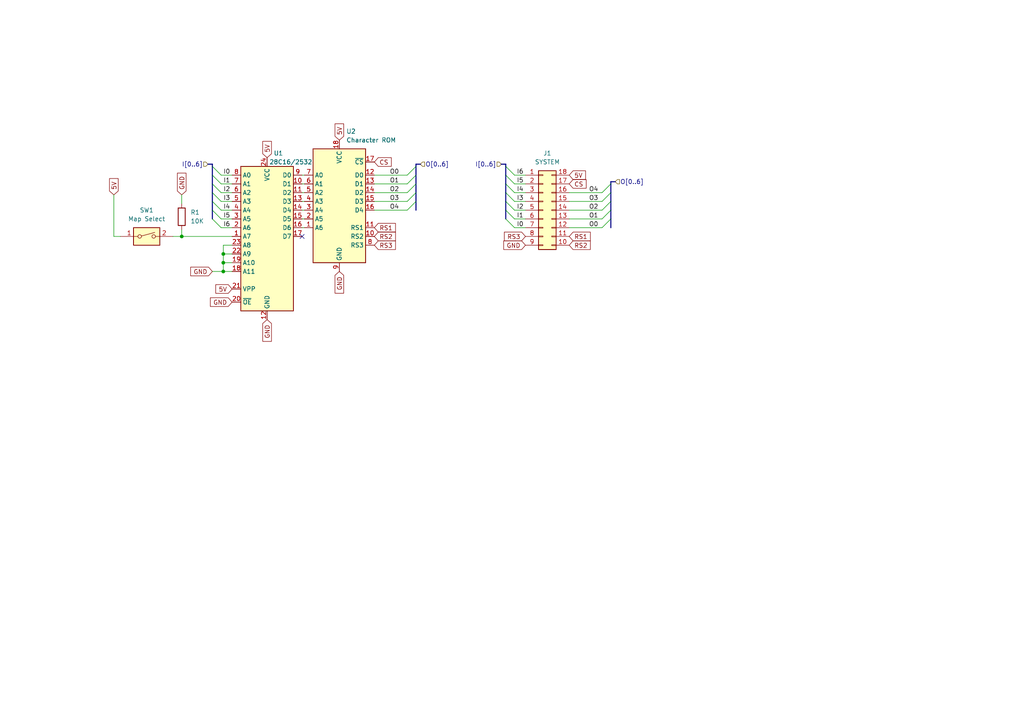
<source format=kicad_sch>
(kicad_sch (version 20211123) (generator eeschema)
  (paper "A4")
  (lib_symbols
    (symbol "Charmap:2532"
      (property "Reference" "U" (at -7.62 20.32 0))
      (property "Value" "2532" (at 2.54 -24.13 0))
      (symbol "2532_1_1"
        (rectangle (start -7.62 19.05) (end 7.62 -22.86) (stroke (width 0.254)) (fill (type background)))
        (pin input line (at -10.16 -1.27 0) (length 2.54) (name "A7") (number "1"))
        (pin tri_state line (at 10.16 13.97 180) (length 2.54) (name "D1") (number "10"))
        (pin tri_state line (at 10.16 11.43 180) (length 2.54) (name "D2") (number "11"))
        (pin power_in line (at 0 -25.4 90) (length 2.54) (name "GND") (number "12"))
        (pin tri_state line (at 10.16 8.89 180) (length 2.54) (name "D3") (number "13"))
        (pin tri_state line (at 10.16 6.35 180) (length 2.54) (name "D4") (number "14"))
        (pin tri_state line (at 10.16 3.81 180) (length 2.54) (name "D5") (number "15"))
        (pin tri_state line (at 10.16 1.27 180) (length 2.54) (name "D6") (number "16"))
        (pin tri_state line (at 10.16 -1.27 180) (length 2.54) (name "D7") (number "17"))
        (pin input line (at -10.16 -11.43 0) (length 2.54) (name "A11") (number "18"))
        (pin input line (at -10.16 -8.89 0) (length 2.54) (name "A10") (number "19"))
        (pin input line (at -10.16 1.27 0) (length 2.54) (name "A6") (number "2"))
        (pin input line (at -10.16 -20.32 0) (length 2.54) (name "~{OE}") (number "20"))
        (pin input line (at -10.16 -16.51 0) (length 2.54) (name "VPP") (number "21"))
        (pin input line (at -10.16 -6.35 0) (length 2.54) (name "A9") (number "22"))
        (pin input line (at -10.16 -3.81 0) (length 2.54) (name "A8") (number "23"))
        (pin power_in line (at 0 21.59 270) (length 2.54) (name "VCC") (number "24"))
        (pin input line (at -10.16 3.81 0) (length 2.54) (name "A5") (number "3"))
        (pin input line (at -10.16 6.35 0) (length 2.54) (name "A4") (number "4"))
        (pin input line (at -10.16 8.89 0) (length 2.54) (name "A3") (number "5"))
        (pin input line (at -10.16 11.43 0) (length 2.54) (name "A2") (number "6"))
        (pin input line (at -10.16 13.97 0) (length 2.54) (name "A1") (number "7"))
        (pin input line (at -10.16 16.51 0) (length 2.54) (name "A0") (number "8"))
        (pin tri_state line (at 10.16 16.51 180) (length 2.54) (name "D0") (number "9"))
      )
    )
    (symbol "Charmap:MCM6674P"
      (property "Reference" "U" (at -6.35 16.51 0))
      (property "Value" "MCM6674P" (at 2.54 -20.32 0))
      (symbol "MCM6674P_1_1"
        (rectangle (start -7.62 15.24) (end 7.62 -17.78) (stroke (width 0.254)) (fill (type background)))
        (pin input line (at -10.16 -7.62 0) (length 2.54) (name "A6") (number "1"))
        (pin input line (at 10.16 -10.16 180) (length 2.54) (name "RS2") (number "10"))
        (pin input line (at 10.16 -7.62 180) (length 2.54) (name "RS1") (number "11"))
        (pin output line (at 10.16 7.62 180) (length 2.54) (name "D0") (number "12"))
        (pin output line (at 10.16 5.08 180) (length 2.54) (name "D1") (number "13"))
        (pin output line (at 10.16 2.54 180) (length 2.54) (name "D2") (number "14"))
        (pin output line (at 10.16 0 180) (length 2.54) (name "D3") (number "15"))
        (pin output line (at 10.16 -2.54 180) (length 2.54) (name "D4") (number "16"))
        (pin input line (at 10.16 11.43 180) (length 2.54) (name "~{CS}") (number "17"))
        (pin power_in line (at 0 17.78 270) (length 2.54) (name "VCC") (number "18"))
        (pin input line (at -10.16 -5.08 0) (length 2.54) (name "A5") (number "2"))
        (pin input line (at -10.16 -2.54 0) (length 2.54) (name "A4") (number "3"))
        (pin input line (at -10.16 0 0) (length 2.54) (name "A3") (number "4"))
        (pin input line (at -10.16 2.54 0) (length 2.54) (name "A2") (number "5"))
        (pin input line (at -10.16 5.08 0) (length 2.54) (name "A1") (number "6"))
        (pin input line (at -10.16 7.62 0) (length 2.54) (name "A0") (number "7"))
        (pin input line (at 10.16 -12.7 180) (length 2.54) (name "RS3") (number "8"))
        (pin power_in line (at 0 -20.32 90) (length 2.54) (name "GND") (number "9"))
      )
    )
    (symbol "Connector_Generic:Conn_02x09_Counter_Clockwise" (pin_names (offset 1.016) hide)
      (property "Reference" "J" (at 1.27 12.7 0))
      (property "Value" "Conn_02x09_Counter_Clockwise" (at 1.27 -12.7 0))
      (symbol "Conn_02x09_Counter_Clockwise_1_1"
        (rectangle (start -1.27 -10.033) (end 0 -10.287) (stroke (width 0.1524)))
        (rectangle (start -1.27 -7.493) (end 0 -7.747) (stroke (width 0.1524)))
        (rectangle (start -1.27 -4.953) (end 0 -5.207) (stroke (width 0.1524)))
        (rectangle (start -1.27 -2.413) (end 0 -2.667) (stroke (width 0.1524)))
        (rectangle (start -1.27 0.127) (end 0 -0.127) (stroke (width 0.1524)))
        (rectangle (start -1.27 2.667) (end 0 2.413) (stroke (width 0.1524)))
        (rectangle (start -1.27 5.207) (end 0 4.953) (stroke (width 0.1524)))
        (rectangle (start -1.27 7.747) (end 0 7.493) (stroke (width 0.1524)))
        (rectangle (start -1.27 10.287) (end 0 10.033) (stroke (width 0.1524)))
        (rectangle (start -1.27 11.43) (end 3.81 -11.43) (stroke (width 0.254)) (fill (type background)))
        (rectangle (start 3.81 -10.033) (end 2.54 -10.287) (stroke (width 0.1524)))
        (rectangle (start 3.81 -7.493) (end 2.54 -7.747) (stroke (width 0.1524)))
        (rectangle (start 3.81 -4.953) (end 2.54 -5.207) (stroke (width 0.1524)))
        (rectangle (start 3.81 -2.413) (end 2.54 -2.667) (stroke (width 0.1524)))
        (rectangle (start 3.81 0.127) (end 2.54 -0.127) (stroke (width 0.1524)))
        (rectangle (start 3.81 2.667) (end 2.54 2.413) (stroke (width 0.1524)))
        (rectangle (start 3.81 5.207) (end 2.54 4.953) (stroke (width 0.1524)))
        (rectangle (start 3.81 7.747) (end 2.54 7.493) (stroke (width 0.1524)))
        (rectangle (start 3.81 10.287) (end 2.54 10.033) (stroke (width 0.1524)))
        (pin passive line (at -5.08 10.16 0) (length 3.81) (name "Pin_1") (number "1"))
        (pin passive line (at 7.62 -10.16 180) (length 3.81) (name "Pin_10") (number "10"))
        (pin passive line (at 7.62 -7.62 180) (length 3.81) (name "Pin_11") (number "11"))
        (pin passive line (at 7.62 -5.08 180) (length 3.81) (name "Pin_12") (number "12"))
        (pin passive line (at 7.62 -2.54 180) (length 3.81) (name "Pin_13") (number "13"))
        (pin passive line (at 7.62 0 180) (length 3.81) (name "Pin_14") (number "14"))
        (pin passive line (at 7.62 2.54 180) (length 3.81) (name "Pin_15") (number "15"))
        (pin passive line (at 7.62 5.08 180) (length 3.81) (name "Pin_16") (number "16"))
        (pin passive line (at 7.62 7.62 180) (length 3.81) (name "Pin_17") (number "17"))
        (pin passive line (at 7.62 10.16 180) (length 3.81) (name "Pin_18") (number "18"))
        (pin passive line (at -5.08 7.62 0) (length 3.81) (name "Pin_2") (number "2"))
        (pin passive line (at -5.08 5.08 0) (length 3.81) (name "Pin_3") (number "3"))
        (pin passive line (at -5.08 2.54 0) (length 3.81) (name "Pin_4") (number "4"))
        (pin passive line (at -5.08 0 0) (length 3.81) (name "Pin_5") (number "5"))
        (pin passive line (at -5.08 -2.54 0) (length 3.81) (name "Pin_6") (number "6"))
        (pin passive line (at -5.08 -5.08 0) (length 3.81) (name "Pin_7") (number "7"))
        (pin passive line (at -5.08 -7.62 0) (length 3.81) (name "Pin_8") (number "8"))
        (pin passive line (at -5.08 -10.16 0) (length 3.81) (name "Pin_9") (number "9"))
      )
    )
    (symbol "Device:R" (pin_numbers hide) (pin_names (offset 0))
      (property "Reference" "R" (at 2.032 0 90))
      (property "Value" "R" (at 0 0 90))
      (symbol "R_0_1"
        (rectangle (start -1.016 -2.54) (end 1.016 2.54) (stroke (width 0.254)))
      )
      (symbol "R_1_1"
        (pin passive line (at 0 3.81 270) (length 1.27) (name "~") (number "1"))
        (pin passive line (at 0 -3.81 90) (length 1.27) (name "~") (number "2"))
      )
    )
    (symbol "Switch:SW_DIP_x01" (pin_names (offset 0) hide)
      (property "Reference" "SW" (at 0 3.81 0))
      (property "Value" "SW_DIP_x01" (at 0 -3.81 0))
      (symbol "SW_DIP_x01_0_0"
        (circle (center -2.032 0) (radius 0.508))
        (polyline (pts (xy -1.524 0.127) (xy 2.3622 1.1684)))
        (circle (center 2.032 0) (radius 0.508))
      )
      (symbol "SW_DIP_x01_0_1"
        (rectangle (start -3.81 2.54) (end 3.81 -2.54) (stroke (width 0.254)) (fill (type background)))
      )
      (symbol "SW_DIP_x01_1_1"
        (pin passive line (at -7.62 0 0) (length 5.08) (name "~") (number "1"))
        (pin passive line (at 7.62 0 180) (length 5.08) (name "~") (number "2"))
      )
    )
  )
  (junction (at 52.705 68.58))
  (junction (at 64.77 76.2))
  (junction (at 64.77 73.66))
  (junction (at 64.77 78.74))
  (no_connect (at 87.63 68.58))
  (bus_entry (at 146.685 55.88) (size 2.54 2.54))
  (bus_entry (at 61.595 55.88) (size 2.54 2.54))
  (bus_entry (at 146.685 63.5) (size 2.54 2.54))
  (bus_entry (at 120.65 53.34) (size -2.54 2.54))
  (bus_entry (at 177.165 53.34) (size -2.54 2.54))
  (bus_entry (at 177.165 63.5) (size -2.54 2.54))
  (bus_entry (at 146.685 58.42) (size 2.54 2.54))
  (bus_entry (at 146.685 60.96) (size 2.54 2.54))
  (bus_entry (at 61.595 48.26) (size 2.54 2.54))
  (bus_entry (at 120.65 58.42) (size -2.54 2.54))
  (bus_entry (at 61.595 60.96) (size 2.54 2.54))
  (bus_entry (at 120.65 50.8) (size -2.54 2.54))
  (bus_entry (at 146.685 50.8) (size 2.54 2.54))
  (bus_entry (at 146.685 48.26) (size 2.54 2.54))
  (bus_entry (at 177.165 55.88) (size -2.54 2.54))
  (bus_entry (at 61.595 53.34) (size 2.54 2.54))
  (bus_entry (at 177.165 60.96) (size -2.54 2.54))
  (bus_entry (at 61.595 63.5) (size 2.54 2.54))
  (bus_entry (at 61.595 50.8) (size 2.54 2.54))
  (bus_entry (at 61.595 58.42) (size 2.54 2.54))
  (bus_entry (at 146.685 53.34) (size 2.54 2.54))
  (bus_entry (at 120.65 55.88) (size -2.54 2.54))
  (bus_entry (at 120.65 48.26) (size -2.54 2.54))
  (bus_entry (at 177.165 58.42) (size -2.54 2.54))
  (wire (pts (xy 108.585 60.96) (xy 118.11 60.96)))
  (wire (pts (xy 87.63 60.96) (xy 88.265 60.96)))
  (wire (pts (xy 64.77 76.2) (xy 64.77 78.74)))
  (bus (pts (xy 61.595 48.26) (xy 61.595 50.8)))
  (bus (pts (xy 146.685 53.34) (xy 146.685 55.88)))
  (bus (pts (xy 120.65 58.42) (xy 120.65 60.96)))
  (bus (pts (xy 178.435 52.705) (xy 177.165 52.705)))
  (wire (pts (xy 149.225 63.5) (xy 152.4 63.5)))
  (bus (pts (xy 177.165 55.88) (xy 177.165 58.42)))
  (bus (pts (xy 61.595 60.96) (xy 61.595 63.5)))
  (wire (pts (xy 87.63 55.88) (xy 88.265 55.88)))
  (wire (pts (xy 149.225 55.88) (xy 152.4 55.88)))
  (wire (pts (xy 87.63 50.8) (xy 88.265 50.8)))
  (wire (pts (xy 87.63 63.5) (xy 88.265 63.5)))
  (wire (pts (xy 165.1 55.88) (xy 174.625 55.88)))
  (wire (pts (xy 165.1 60.96) (xy 174.625 60.96)))
  (bus (pts (xy 61.595 58.42) (xy 61.595 60.96)))
  (wire (pts (xy 149.225 58.42) (xy 152.4 58.42)))
  (bus (pts (xy 120.65 50.8) (xy 120.65 53.34)))
  (bus (pts (xy 177.165 58.42) (xy 177.165 60.96)))
  (bus (pts (xy 177.165 53.34) (xy 177.165 55.88)))
  (bus (pts (xy 61.595 50.8) (xy 61.595 53.34)))
  (bus (pts (xy 146.685 58.42) (xy 146.685 60.96)))
  (bus (pts (xy 61.595 55.88) (xy 61.595 58.42)))
  (wire (pts (xy 165.1 63.5) (xy 174.625 63.5)))
  (bus (pts (xy 120.65 47.625) (xy 120.65 48.26)))
  (wire (pts (xy 108.585 55.88) (xy 118.11 55.88)))
  (bus (pts (xy 146.685 60.96) (xy 146.685 63.5)))
  (bus (pts (xy 146.685 47.625) (xy 146.685 48.26)))
  (bus (pts (xy 145.415 47.625) (xy 146.685 47.625)))
  (wire (pts (xy 50.165 68.58) (xy 52.705 68.58)))
  (wire (pts (xy 64.77 73.66) (xy 67.31 73.66)))
  (wire (pts (xy 64.135 55.88) (xy 67.31 55.88)))
  (bus (pts (xy 61.595 47.625) (xy 61.595 48.26)))
  (wire (pts (xy 64.77 73.66) (xy 64.77 76.2)))
  (wire (pts (xy 64.135 50.8) (xy 67.31 50.8)))
  (wire (pts (xy 149.225 53.34) (xy 152.4 53.34)))
  (wire (pts (xy 64.77 76.2) (xy 67.31 76.2)))
  (wire (pts (xy 108.585 50.8) (xy 118.11 50.8)))
  (wire (pts (xy 64.135 66.04) (xy 67.31 66.04)))
  (wire (pts (xy 61.595 78.74) (xy 64.77 78.74)))
  (wire (pts (xy 165.1 66.04) (xy 174.625 66.04)))
  (bus (pts (xy 177.165 63.5) (xy 177.165 66.04)))
  (wire (pts (xy 87.63 66.04) (xy 88.265 66.04)))
  (bus (pts (xy 177.165 52.705) (xy 177.165 53.34)))
  (bus (pts (xy 60.325 47.625) (xy 61.595 47.625)))
  (wire (pts (xy 52.705 56.515) (xy 52.705 59.055)))
  (bus (pts (xy 146.685 55.88) (xy 146.685 58.42)))
  (wire (pts (xy 87.63 53.34) (xy 88.265 53.34)))
  (wire (pts (xy 33.02 68.58) (xy 33.02 56.515)))
  (bus (pts (xy 120.65 48.26) (xy 120.65 50.8)))
  (wire (pts (xy 64.77 71.12) (xy 64.77 73.66)))
  (wire (pts (xy 149.225 60.96) (xy 152.4 60.96)))
  (wire (pts (xy 108.585 58.42) (xy 118.11 58.42)))
  (bus (pts (xy 177.165 60.96) (xy 177.165 63.5)))
  (wire (pts (xy 52.705 68.58) (xy 67.31 68.58)))
  (wire (pts (xy 34.925 68.58) (xy 33.02 68.58)))
  (wire (pts (xy 64.77 78.74) (xy 67.31 78.74)))
  (bus (pts (xy 146.685 50.8) (xy 146.685 53.34)))
  (wire (pts (xy 64.77 71.12) (xy 67.31 71.12)))
  (wire (pts (xy 64.135 53.34) (xy 67.31 53.34)))
  (bus (pts (xy 121.92 47.625) (xy 120.65 47.625)))
  (bus (pts (xy 120.65 53.34) (xy 120.65 55.88)))
  (bus (pts (xy 120.65 55.88) (xy 120.65 58.42)))
  (wire (pts (xy 149.225 50.8) (xy 152.4 50.8)))
  (wire (pts (xy 52.705 66.675) (xy 52.705 68.58)))
  (bus (pts (xy 146.685 48.26) (xy 146.685 50.8)))
  (wire (pts (xy 64.135 60.96) (xy 67.31 60.96)))
  (wire (pts (xy 64.135 63.5) (xy 67.31 63.5)))
  (bus (pts (xy 61.595 53.34) (xy 61.595 55.88)))
  (wire (pts (xy 87.63 58.42) (xy 88.265 58.42)))
  (wire (pts (xy 64.135 58.42) (xy 67.31 58.42)))
  (wire (pts (xy 108.585 53.34) (xy 118.11 53.34)))
  (wire (pts (xy 165.1 58.42) (xy 174.625 58.42)))
  (wire (pts (xy 149.225 66.04) (xy 152.4 66.04)))
  (label "I1" (at 149.86 63.5 0))
  (label "O0" (at 170.815 66.04 0))
  (label "I2" (at 64.77 55.88 0))
  (label "I0" (at 64.77 50.8 0))
  (label "I5" (at 149.86 53.34 0))
  (label "O4" (at 113.03 60.96 0))
  (label "I2" (at 149.86 60.96 0))
  (label "I1" (at 64.77 53.34 0))
  (label "I3" (at 149.86 58.42 0))
  (label "I3" (at 64.77 58.42 0))
  (label "O1" (at 113.03 53.34 0))
  (label "O3" (at 170.815 58.42 0))
  (label "O4" (at 170.815 55.88 0))
  (label "I6" (at 64.77 66.04 0))
  (label "I4" (at 149.86 55.88 0))
  (label "I4" (at 64.77 60.96 0))
  (label "O2" (at 170.815 60.96 0))
  (label "O1" (at 170.815 63.5 0))
  (label "I0" (at 149.86 66.04 0))
  (label "O2" (at 113.03 55.88 0))
  (label "O0" (at 113.03 50.8 0))
  (label "O3" (at 113.03 58.42 0))
  (label "I5" (at 64.77 63.5 0))
  (label "I6" (at 149.86 50.8 0))
  (global_label "CS" (shape input) (at 108.585 46.99 0) (property "Intersheet References" "${INTERSHEET_REFS}" (effects hide)))
  (global_label "RS2" (shape input) (at 108.585 68.58 0) (property "Intersheet References" "${INTERSHEET_REFS}" (effects hide)))
  (global_label "RS3" (shape input) (at 152.4 68.58 180) (property "Intersheet References" "${INTERSHEET_REFS}" (effects hide)))
  (global_label "5V" (shape input) (at 67.31 83.82 180) (property "Intersheet References" "${INTERSHEET_REFS}" (effects hide)))
  (global_label "GND" (shape input) (at 152.4 71.12 180) (property "Intersheet References" "${INTERSHEET_REFS}" (effects hide)))
  (global_label "CS" (shape input) (at 165.1 53.34 0) (property "Intersheet References" "${INTERSHEET_REFS}" (effects hide)))
  (global_label "GND" (shape input) (at 61.595 78.74 180) (property "Intersheet References" "${INTERSHEET_REFS}" (effects hide)))
  (global_label "RS2" (shape input) (at 165.1 71.12 0) (property "Intersheet References" "${INTERSHEET_REFS}" (effects hide)))
  (global_label "5V" (shape input) (at 165.1 50.8 0) (property "Intersheet References" "${INTERSHEET_REFS}" (effects hide)))
  (global_label "GND" (shape input) (at 52.705 56.515 90) (property "Intersheet References" "${INTERSHEET_REFS}" (effects hide)))
  (global_label "GND" (shape input) (at 77.47 92.71 270) (property "Intersheet References" "${INTERSHEET_REFS}" (effects hide)))
  (global_label "5V" (shape input) (at 33.02 56.515 90) (property "Intersheet References" "${INTERSHEET_REFS}" (effects hide)))
  (global_label "5V" (shape input) (at 77.47 45.72 90) (property "Intersheet References" "${INTERSHEET_REFS}" (effects hide)))
  (global_label "RS3" (shape input) (at 108.585 71.12 0) (property "Intersheet References" "${INTERSHEET_REFS}" (effects hide)))
  (global_label "GND" (shape input) (at 98.425 78.74 270) (property "Intersheet References" "${INTERSHEET_REFS}" (effects hide)))
  (global_label "RS1" (shape input) (at 108.585 66.04 0) (property "Intersheet References" "${INTERSHEET_REFS}" (effects hide)))
  (global_label "RS1" (shape input) (at 165.1 68.58 0) (property "Intersheet References" "${INTERSHEET_REFS}" (effects hide)))
  (global_label "GND" (shape input) (at 67.31 87.63 180) (property "Intersheet References" "${INTERSHEET_REFS}" (effects hide)))
  (global_label "5V" (shape input) (at 98.425 40.64 90) (property "Intersheet References" "${INTERSHEET_REFS}" (effects hide)))
  (hierarchical_label "I[0..6]" (shape input) (at 60.325 47.625 180))
  (hierarchical_label "O[0..6]" (shape input) (at 121.92 47.625 0))
  (hierarchical_label "I[0..6]" (shape input) (at 145.415 47.625 180))
  (hierarchical_label "O[0..6]" (shape input) (at 178.435 52.705 0))
  (symbol (lib_id "Charmap:MCM6674P") (at 98.425 58.42 0) (unit 1)
    (property "Reference" "U2" (at 100.4444 38.1 0) (effects (justify left)))
    (property "Value" "Character ROM" (at 100.4444 40.64 0) (effects (justify left)))
    (property "Footprint" "Package_DIP:DIP-18_W7.62mm_Socket" (effects hide))
  )
  (symbol (lib_id "Charmap:2532") (at 77.47 67.31 0) (unit 1)
    (property "Reference" "U1" (at 79.375 44.45 0) (effects (justify left)))
    (property "Value" "28C16/2532" (at 78.105 46.99 0) (effects (justify left)))
    (property "Footprint" "Package_DIP:DIP-24_W15.24mm_Socket" (effects hide))
  )
  (symbol (lib_id "Connector_Generic:Conn_02x09_Counter_Clockwise") (at 157.48 60.96 0) (unit 1)
    (property "Reference" "J1" (at 158.75 44.45 0))
    (property "Value" "SYSTEM" (at 158.75 46.99 0))
    (property "Footprint" "Package_DIP:DIP-18_W7.62mm" (effects hide))
  )
  (symbol (lib_id "Device:R") (at 52.705 62.865 0) (unit 1)
    (property "Reference" "R1" (at 55.245 61.5949 0) (effects (justify left)))
    (property "Value" "10K" (at 55.245 64.1349 0) (effects (justify left)))
    (property "Footprint" "Resistor_SMD:R_0805_2012Metric" (effects hide))
  )
  (symbol (lib_id "Switch:SW_DIP_x01") (at 42.545 68.58 0) (unit 1)
    (property "Reference" "SW1" (at 42.545 60.96 0))
    (property "Value" "Map Select" (at 42.545 63.5 0))
    (property "Footprint" "Button_Switch_THT:SW_DIP_SPSTx01_Slide_6.7x4.1mm_W7.62mm_P2.54mm_LowProfile" (effects hide))
  )
)
</source>
